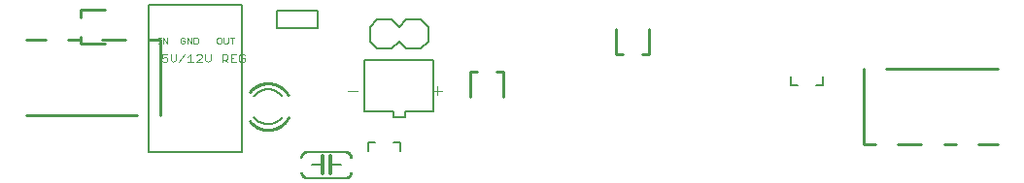
<source format=gto>
G75*
%MOIN*%
%OFA0B0*%
%FSLAX25Y25*%
%IPPOS*%
%LPD*%
%AMOC8*
5,1,8,0,0,1.08239X$1,22.5*
%
%ADD10C,0.00800*%
%ADD11C,0.00060*%
%ADD12C,0.00600*%
%ADD13C,0.01200*%
%ADD14C,0.00500*%
%ADD15C,0.00200*%
%ADD16C,0.00400*%
%ADD17C,0.01000*%
D10*
X0148744Y0020906D02*
X0148744Y0024056D01*
X0151106Y0024056D01*
X0157406Y0024056D02*
X0159768Y0024056D01*
X0159768Y0020906D01*
X0293744Y0043544D02*
X0293744Y0046694D01*
X0304768Y0046694D02*
X0304768Y0043544D01*
X0302406Y0043544D01*
X0296106Y0043544D02*
X0293744Y0043544D01*
X0169256Y0058800D02*
X0166756Y0056300D01*
X0161756Y0056300D01*
X0159256Y0058800D01*
X0156756Y0056300D01*
X0151756Y0056300D01*
X0149256Y0058800D01*
X0149256Y0063800D01*
X0151756Y0066300D01*
X0156756Y0066300D01*
X0159256Y0063800D01*
X0161756Y0066300D01*
X0166756Y0066300D01*
X0169256Y0063800D01*
X0169256Y0058800D01*
D11*
X0143025Y0018829D02*
X0142485Y0018829D01*
X0142486Y0018830D02*
X0142482Y0018910D01*
X0142475Y0018991D01*
X0142465Y0019070D01*
X0142450Y0019150D01*
X0142432Y0019228D01*
X0142410Y0019306D01*
X0142385Y0019382D01*
X0142356Y0019457D01*
X0142324Y0019531D01*
X0142288Y0019603D01*
X0142249Y0019674D01*
X0142207Y0019742D01*
X0142162Y0019809D01*
X0142113Y0019873D01*
X0142062Y0019935D01*
X0142007Y0019994D01*
X0141950Y0020051D01*
X0141891Y0020106D01*
X0141829Y0020157D01*
X0141765Y0020206D01*
X0141698Y0020251D01*
X0141630Y0020293D01*
X0141559Y0020332D01*
X0141487Y0020368D01*
X0141413Y0020400D01*
X0141338Y0020429D01*
X0141262Y0020454D01*
X0141184Y0020476D01*
X0141106Y0020494D01*
X0141026Y0020509D01*
X0140947Y0020519D01*
X0140866Y0020526D01*
X0140786Y0020530D01*
X0140785Y0021069D01*
X0140786Y0021070D01*
X0140881Y0021067D01*
X0140975Y0021059D01*
X0141069Y0021048D01*
X0141163Y0021033D01*
X0141256Y0021014D01*
X0141348Y0020992D01*
X0141439Y0020965D01*
X0141528Y0020935D01*
X0141617Y0020901D01*
X0141704Y0020863D01*
X0141789Y0020821D01*
X0141872Y0020777D01*
X0141954Y0020728D01*
X0142033Y0020677D01*
X0142110Y0020622D01*
X0142185Y0020564D01*
X0142258Y0020502D01*
X0142327Y0020438D01*
X0142394Y0020371D01*
X0142458Y0020302D01*
X0142520Y0020229D01*
X0142578Y0020154D01*
X0142633Y0020077D01*
X0142684Y0019998D01*
X0142733Y0019916D01*
X0142777Y0019833D01*
X0142819Y0019748D01*
X0142857Y0019661D01*
X0142891Y0019572D01*
X0142921Y0019483D01*
X0142948Y0019392D01*
X0142970Y0019300D01*
X0142989Y0019207D01*
X0143004Y0019113D01*
X0143015Y0019019D01*
X0143023Y0018925D01*
X0143026Y0018830D01*
X0142970Y0018830D01*
X0142967Y0018922D01*
X0142960Y0019014D01*
X0142949Y0019106D01*
X0142934Y0019197D01*
X0142916Y0019288D01*
X0142893Y0019377D01*
X0142867Y0019466D01*
X0142838Y0019554D01*
X0142805Y0019640D01*
X0142768Y0019724D01*
X0142727Y0019808D01*
X0142684Y0019889D01*
X0142637Y0019968D01*
X0142586Y0020046D01*
X0142533Y0020121D01*
X0142476Y0020194D01*
X0142416Y0020265D01*
X0142354Y0020333D01*
X0142289Y0020398D01*
X0142221Y0020460D01*
X0142150Y0020520D01*
X0142077Y0020577D01*
X0142002Y0020630D01*
X0141924Y0020681D01*
X0141845Y0020728D01*
X0141764Y0020771D01*
X0141680Y0020812D01*
X0141596Y0020849D01*
X0141510Y0020882D01*
X0141422Y0020911D01*
X0141333Y0020937D01*
X0141244Y0020960D01*
X0141153Y0020978D01*
X0141062Y0020993D01*
X0140970Y0021004D01*
X0140878Y0021011D01*
X0140786Y0021014D01*
X0140786Y0020958D01*
X0140878Y0020955D01*
X0140971Y0020947D01*
X0141062Y0020936D01*
X0141154Y0020921D01*
X0141244Y0020902D01*
X0141334Y0020879D01*
X0141422Y0020853D01*
X0141510Y0020822D01*
X0141596Y0020788D01*
X0141680Y0020750D01*
X0141763Y0020709D01*
X0141844Y0020664D01*
X0141923Y0020616D01*
X0141999Y0020564D01*
X0142074Y0020509D01*
X0142146Y0020451D01*
X0142215Y0020390D01*
X0142282Y0020326D01*
X0142346Y0020259D01*
X0142407Y0020190D01*
X0142465Y0020118D01*
X0142520Y0020043D01*
X0142572Y0019967D01*
X0142620Y0019888D01*
X0142665Y0019807D01*
X0142706Y0019724D01*
X0142744Y0019640D01*
X0142778Y0019554D01*
X0142809Y0019466D01*
X0142835Y0019378D01*
X0142858Y0019288D01*
X0142877Y0019198D01*
X0142892Y0019106D01*
X0142903Y0019015D01*
X0142911Y0018922D01*
X0142914Y0018830D01*
X0142858Y0018830D01*
X0142855Y0018920D01*
X0142848Y0019010D01*
X0142837Y0019099D01*
X0142822Y0019188D01*
X0142803Y0019276D01*
X0142781Y0019363D01*
X0142755Y0019450D01*
X0142725Y0019535D01*
X0142692Y0019618D01*
X0142655Y0019700D01*
X0142615Y0019781D01*
X0142571Y0019860D01*
X0142524Y0019936D01*
X0142474Y0020011D01*
X0142421Y0020084D01*
X0142364Y0020154D01*
X0142305Y0020221D01*
X0142242Y0020286D01*
X0142177Y0020349D01*
X0142110Y0020408D01*
X0142040Y0020465D01*
X0141967Y0020518D01*
X0141892Y0020568D01*
X0141816Y0020615D01*
X0141737Y0020659D01*
X0141656Y0020699D01*
X0141574Y0020736D01*
X0141491Y0020769D01*
X0141406Y0020799D01*
X0141319Y0020825D01*
X0141232Y0020847D01*
X0141144Y0020866D01*
X0141055Y0020881D01*
X0140966Y0020892D01*
X0140876Y0020899D01*
X0140786Y0020902D01*
X0140786Y0020846D01*
X0140874Y0020843D01*
X0140961Y0020836D01*
X0141048Y0020825D01*
X0141134Y0020811D01*
X0141220Y0020793D01*
X0141305Y0020771D01*
X0141389Y0020746D01*
X0141471Y0020717D01*
X0141553Y0020684D01*
X0141633Y0020649D01*
X0141711Y0020609D01*
X0141788Y0020567D01*
X0141862Y0020521D01*
X0141935Y0020472D01*
X0142005Y0020420D01*
X0142074Y0020365D01*
X0142139Y0020307D01*
X0142203Y0020247D01*
X0142263Y0020183D01*
X0142321Y0020118D01*
X0142376Y0020049D01*
X0142428Y0019979D01*
X0142477Y0019906D01*
X0142523Y0019832D01*
X0142565Y0019755D01*
X0142605Y0019677D01*
X0142640Y0019597D01*
X0142673Y0019515D01*
X0142702Y0019433D01*
X0142727Y0019349D01*
X0142749Y0019264D01*
X0142767Y0019178D01*
X0142781Y0019092D01*
X0142792Y0019005D01*
X0142799Y0018918D01*
X0142802Y0018830D01*
X0142746Y0018830D01*
X0142743Y0018918D01*
X0142735Y0019005D01*
X0142724Y0019092D01*
X0142710Y0019178D01*
X0142691Y0019264D01*
X0142669Y0019348D01*
X0142643Y0019432D01*
X0142613Y0019514D01*
X0142580Y0019595D01*
X0142543Y0019675D01*
X0142503Y0019753D01*
X0142459Y0019829D01*
X0142413Y0019903D01*
X0142362Y0019975D01*
X0142309Y0020044D01*
X0142253Y0020111D01*
X0142194Y0020176D01*
X0142132Y0020238D01*
X0142067Y0020297D01*
X0142000Y0020353D01*
X0141931Y0020406D01*
X0141859Y0020457D01*
X0141785Y0020503D01*
X0141709Y0020547D01*
X0141631Y0020587D01*
X0141551Y0020624D01*
X0141470Y0020657D01*
X0141388Y0020687D01*
X0141304Y0020713D01*
X0141220Y0020735D01*
X0141134Y0020754D01*
X0141048Y0020768D01*
X0140961Y0020779D01*
X0140874Y0020787D01*
X0140786Y0020790D01*
X0140786Y0020734D01*
X0140871Y0020731D01*
X0140956Y0020724D01*
X0141040Y0020713D01*
X0141124Y0020699D01*
X0141207Y0020681D01*
X0141289Y0020659D01*
X0141371Y0020634D01*
X0141451Y0020605D01*
X0141529Y0020573D01*
X0141607Y0020537D01*
X0141682Y0020498D01*
X0141756Y0020455D01*
X0141828Y0020410D01*
X0141898Y0020361D01*
X0141965Y0020309D01*
X0142030Y0020255D01*
X0142093Y0020197D01*
X0142153Y0020137D01*
X0142211Y0020074D01*
X0142265Y0020009D01*
X0142317Y0019942D01*
X0142366Y0019872D01*
X0142411Y0019800D01*
X0142454Y0019726D01*
X0142493Y0019651D01*
X0142529Y0019573D01*
X0142561Y0019495D01*
X0142590Y0019415D01*
X0142615Y0019333D01*
X0142637Y0019251D01*
X0142655Y0019168D01*
X0142669Y0019084D01*
X0142680Y0019000D01*
X0142687Y0018915D01*
X0142690Y0018830D01*
X0142634Y0018830D01*
X0142630Y0018915D01*
X0142623Y0019000D01*
X0142612Y0019084D01*
X0142598Y0019168D01*
X0142579Y0019251D01*
X0142557Y0019333D01*
X0142531Y0019414D01*
X0142501Y0019493D01*
X0142468Y0019571D01*
X0142432Y0019648D01*
X0142391Y0019723D01*
X0142348Y0019796D01*
X0142301Y0019867D01*
X0142251Y0019936D01*
X0142199Y0020002D01*
X0142143Y0020067D01*
X0142084Y0020128D01*
X0142023Y0020187D01*
X0141958Y0020243D01*
X0141892Y0020295D01*
X0141823Y0020345D01*
X0141752Y0020392D01*
X0141679Y0020435D01*
X0141604Y0020476D01*
X0141527Y0020512D01*
X0141449Y0020545D01*
X0141370Y0020575D01*
X0141289Y0020601D01*
X0141207Y0020623D01*
X0141124Y0020642D01*
X0141040Y0020656D01*
X0140956Y0020667D01*
X0140871Y0020674D01*
X0140786Y0020678D01*
X0140786Y0020622D01*
X0140868Y0020619D01*
X0140950Y0020612D01*
X0141032Y0020601D01*
X0141113Y0020587D01*
X0141194Y0020569D01*
X0141273Y0020547D01*
X0141352Y0020522D01*
X0141429Y0020493D01*
X0141505Y0020461D01*
X0141579Y0020425D01*
X0141652Y0020387D01*
X0141723Y0020344D01*
X0141791Y0020299D01*
X0141858Y0020251D01*
X0141923Y0020199D01*
X0141985Y0020145D01*
X0142044Y0020088D01*
X0142101Y0020029D01*
X0142155Y0019967D01*
X0142207Y0019902D01*
X0142255Y0019835D01*
X0142300Y0019767D01*
X0142343Y0019696D01*
X0142381Y0019623D01*
X0142417Y0019549D01*
X0142449Y0019473D01*
X0142478Y0019396D01*
X0142503Y0019317D01*
X0142525Y0019238D01*
X0142543Y0019157D01*
X0142557Y0019076D01*
X0142568Y0018994D01*
X0142575Y0018912D01*
X0142578Y0018830D01*
X0142522Y0018830D01*
X0142518Y0018912D01*
X0142511Y0018994D01*
X0142500Y0019076D01*
X0142486Y0019157D01*
X0142467Y0019237D01*
X0142445Y0019316D01*
X0142419Y0019394D01*
X0142390Y0019471D01*
X0142357Y0019546D01*
X0142320Y0019620D01*
X0142280Y0019692D01*
X0142237Y0019762D01*
X0142191Y0019830D01*
X0142141Y0019895D01*
X0142089Y0019959D01*
X0142033Y0020019D01*
X0141975Y0020077D01*
X0141915Y0020133D01*
X0141851Y0020185D01*
X0141786Y0020235D01*
X0141718Y0020281D01*
X0141648Y0020324D01*
X0141576Y0020364D01*
X0141502Y0020401D01*
X0141427Y0020434D01*
X0141350Y0020463D01*
X0141272Y0020489D01*
X0141193Y0020511D01*
X0141113Y0020530D01*
X0141032Y0020544D01*
X0140950Y0020555D01*
X0140868Y0020562D01*
X0140786Y0020566D01*
X0127727Y0021069D02*
X0127727Y0020529D01*
X0127726Y0020530D02*
X0127646Y0020526D01*
X0127565Y0020519D01*
X0127486Y0020509D01*
X0127406Y0020494D01*
X0127328Y0020476D01*
X0127250Y0020454D01*
X0127174Y0020429D01*
X0127099Y0020400D01*
X0127025Y0020368D01*
X0126953Y0020332D01*
X0126882Y0020293D01*
X0126814Y0020251D01*
X0126747Y0020206D01*
X0126683Y0020157D01*
X0126621Y0020106D01*
X0126562Y0020051D01*
X0126505Y0019994D01*
X0126450Y0019935D01*
X0126399Y0019873D01*
X0126350Y0019809D01*
X0126305Y0019742D01*
X0126263Y0019674D01*
X0126224Y0019603D01*
X0126188Y0019531D01*
X0126156Y0019457D01*
X0126127Y0019382D01*
X0126102Y0019306D01*
X0126080Y0019228D01*
X0126062Y0019150D01*
X0126047Y0019070D01*
X0126037Y0018991D01*
X0126030Y0018910D01*
X0126026Y0018830D01*
X0125487Y0018829D01*
X0125486Y0018830D01*
X0125489Y0018925D01*
X0125497Y0019019D01*
X0125508Y0019113D01*
X0125523Y0019207D01*
X0125542Y0019300D01*
X0125564Y0019392D01*
X0125591Y0019483D01*
X0125621Y0019572D01*
X0125655Y0019661D01*
X0125693Y0019748D01*
X0125735Y0019833D01*
X0125779Y0019916D01*
X0125828Y0019998D01*
X0125879Y0020077D01*
X0125934Y0020154D01*
X0125992Y0020229D01*
X0126054Y0020302D01*
X0126118Y0020371D01*
X0126185Y0020438D01*
X0126254Y0020502D01*
X0126327Y0020564D01*
X0126402Y0020622D01*
X0126479Y0020677D01*
X0126558Y0020728D01*
X0126640Y0020777D01*
X0126723Y0020821D01*
X0126808Y0020863D01*
X0126895Y0020901D01*
X0126984Y0020935D01*
X0127073Y0020965D01*
X0127164Y0020992D01*
X0127256Y0021014D01*
X0127349Y0021033D01*
X0127443Y0021048D01*
X0127537Y0021059D01*
X0127631Y0021067D01*
X0127726Y0021070D01*
X0127726Y0021014D01*
X0127634Y0021011D01*
X0127542Y0021004D01*
X0127450Y0020993D01*
X0127359Y0020978D01*
X0127268Y0020960D01*
X0127179Y0020937D01*
X0127090Y0020911D01*
X0127002Y0020882D01*
X0126916Y0020849D01*
X0126832Y0020812D01*
X0126748Y0020771D01*
X0126667Y0020728D01*
X0126588Y0020681D01*
X0126510Y0020630D01*
X0126435Y0020577D01*
X0126362Y0020520D01*
X0126291Y0020460D01*
X0126223Y0020398D01*
X0126158Y0020333D01*
X0126096Y0020265D01*
X0126036Y0020194D01*
X0125979Y0020121D01*
X0125926Y0020046D01*
X0125875Y0019968D01*
X0125828Y0019889D01*
X0125785Y0019808D01*
X0125744Y0019724D01*
X0125707Y0019640D01*
X0125674Y0019554D01*
X0125645Y0019466D01*
X0125619Y0019377D01*
X0125596Y0019288D01*
X0125578Y0019197D01*
X0125563Y0019106D01*
X0125552Y0019014D01*
X0125545Y0018922D01*
X0125542Y0018830D01*
X0125598Y0018830D01*
X0125601Y0018922D01*
X0125609Y0019015D01*
X0125620Y0019106D01*
X0125635Y0019198D01*
X0125654Y0019288D01*
X0125677Y0019378D01*
X0125703Y0019466D01*
X0125734Y0019554D01*
X0125768Y0019640D01*
X0125806Y0019724D01*
X0125847Y0019807D01*
X0125892Y0019888D01*
X0125940Y0019967D01*
X0125992Y0020043D01*
X0126047Y0020118D01*
X0126105Y0020190D01*
X0126166Y0020259D01*
X0126230Y0020326D01*
X0126297Y0020390D01*
X0126366Y0020451D01*
X0126438Y0020509D01*
X0126513Y0020564D01*
X0126589Y0020616D01*
X0126668Y0020664D01*
X0126749Y0020709D01*
X0126832Y0020750D01*
X0126916Y0020788D01*
X0127002Y0020822D01*
X0127090Y0020853D01*
X0127178Y0020879D01*
X0127268Y0020902D01*
X0127358Y0020921D01*
X0127450Y0020936D01*
X0127541Y0020947D01*
X0127634Y0020955D01*
X0127726Y0020958D01*
X0127726Y0020902D01*
X0127636Y0020899D01*
X0127546Y0020892D01*
X0127457Y0020881D01*
X0127368Y0020866D01*
X0127280Y0020847D01*
X0127193Y0020825D01*
X0127106Y0020799D01*
X0127021Y0020769D01*
X0126938Y0020736D01*
X0126856Y0020699D01*
X0126775Y0020659D01*
X0126696Y0020615D01*
X0126620Y0020568D01*
X0126545Y0020518D01*
X0126472Y0020465D01*
X0126402Y0020408D01*
X0126335Y0020349D01*
X0126270Y0020286D01*
X0126207Y0020221D01*
X0126148Y0020154D01*
X0126091Y0020084D01*
X0126038Y0020011D01*
X0125988Y0019936D01*
X0125941Y0019860D01*
X0125897Y0019781D01*
X0125857Y0019700D01*
X0125820Y0019618D01*
X0125787Y0019535D01*
X0125757Y0019450D01*
X0125731Y0019363D01*
X0125709Y0019276D01*
X0125690Y0019188D01*
X0125675Y0019099D01*
X0125664Y0019010D01*
X0125657Y0018920D01*
X0125654Y0018830D01*
X0125710Y0018830D01*
X0125713Y0018918D01*
X0125720Y0019005D01*
X0125731Y0019092D01*
X0125745Y0019178D01*
X0125763Y0019264D01*
X0125785Y0019349D01*
X0125810Y0019433D01*
X0125839Y0019515D01*
X0125872Y0019597D01*
X0125907Y0019677D01*
X0125947Y0019755D01*
X0125989Y0019832D01*
X0126035Y0019906D01*
X0126084Y0019979D01*
X0126136Y0020049D01*
X0126191Y0020118D01*
X0126249Y0020183D01*
X0126309Y0020247D01*
X0126373Y0020307D01*
X0126438Y0020365D01*
X0126507Y0020420D01*
X0126577Y0020472D01*
X0126650Y0020521D01*
X0126724Y0020567D01*
X0126801Y0020609D01*
X0126879Y0020649D01*
X0126959Y0020684D01*
X0127041Y0020717D01*
X0127123Y0020746D01*
X0127207Y0020771D01*
X0127292Y0020793D01*
X0127378Y0020811D01*
X0127464Y0020825D01*
X0127551Y0020836D01*
X0127638Y0020843D01*
X0127726Y0020846D01*
X0127726Y0020790D01*
X0127638Y0020787D01*
X0127551Y0020779D01*
X0127464Y0020768D01*
X0127378Y0020754D01*
X0127292Y0020735D01*
X0127208Y0020713D01*
X0127124Y0020687D01*
X0127042Y0020657D01*
X0126961Y0020624D01*
X0126881Y0020587D01*
X0126803Y0020547D01*
X0126727Y0020503D01*
X0126653Y0020457D01*
X0126581Y0020406D01*
X0126512Y0020353D01*
X0126445Y0020297D01*
X0126380Y0020238D01*
X0126318Y0020176D01*
X0126259Y0020111D01*
X0126203Y0020044D01*
X0126150Y0019975D01*
X0126099Y0019903D01*
X0126053Y0019829D01*
X0126009Y0019753D01*
X0125969Y0019675D01*
X0125932Y0019595D01*
X0125899Y0019514D01*
X0125869Y0019432D01*
X0125843Y0019348D01*
X0125821Y0019264D01*
X0125802Y0019178D01*
X0125788Y0019092D01*
X0125777Y0019005D01*
X0125769Y0018918D01*
X0125766Y0018830D01*
X0125822Y0018830D01*
X0125825Y0018915D01*
X0125832Y0019000D01*
X0125843Y0019084D01*
X0125857Y0019168D01*
X0125875Y0019251D01*
X0125897Y0019333D01*
X0125922Y0019415D01*
X0125951Y0019495D01*
X0125983Y0019573D01*
X0126019Y0019651D01*
X0126058Y0019726D01*
X0126101Y0019800D01*
X0126146Y0019872D01*
X0126195Y0019942D01*
X0126247Y0020009D01*
X0126301Y0020074D01*
X0126359Y0020137D01*
X0126419Y0020197D01*
X0126482Y0020255D01*
X0126547Y0020309D01*
X0126614Y0020361D01*
X0126684Y0020410D01*
X0126756Y0020455D01*
X0126830Y0020498D01*
X0126905Y0020537D01*
X0126983Y0020573D01*
X0127061Y0020605D01*
X0127141Y0020634D01*
X0127223Y0020659D01*
X0127305Y0020681D01*
X0127388Y0020699D01*
X0127472Y0020713D01*
X0127556Y0020724D01*
X0127641Y0020731D01*
X0127726Y0020734D01*
X0127726Y0020678D01*
X0127641Y0020674D01*
X0127556Y0020667D01*
X0127472Y0020656D01*
X0127388Y0020642D01*
X0127305Y0020623D01*
X0127223Y0020601D01*
X0127142Y0020575D01*
X0127063Y0020545D01*
X0126985Y0020512D01*
X0126908Y0020476D01*
X0126833Y0020435D01*
X0126760Y0020392D01*
X0126689Y0020345D01*
X0126620Y0020295D01*
X0126554Y0020243D01*
X0126489Y0020187D01*
X0126428Y0020128D01*
X0126369Y0020067D01*
X0126313Y0020002D01*
X0126261Y0019936D01*
X0126211Y0019867D01*
X0126164Y0019796D01*
X0126121Y0019723D01*
X0126080Y0019648D01*
X0126044Y0019571D01*
X0126011Y0019493D01*
X0125981Y0019414D01*
X0125955Y0019333D01*
X0125933Y0019251D01*
X0125914Y0019168D01*
X0125900Y0019084D01*
X0125889Y0019000D01*
X0125882Y0018915D01*
X0125878Y0018830D01*
X0125934Y0018830D01*
X0125937Y0018912D01*
X0125944Y0018994D01*
X0125955Y0019076D01*
X0125969Y0019157D01*
X0125987Y0019238D01*
X0126009Y0019317D01*
X0126034Y0019396D01*
X0126063Y0019473D01*
X0126095Y0019549D01*
X0126131Y0019623D01*
X0126169Y0019696D01*
X0126212Y0019767D01*
X0126257Y0019835D01*
X0126305Y0019902D01*
X0126357Y0019967D01*
X0126411Y0020029D01*
X0126468Y0020088D01*
X0126527Y0020145D01*
X0126589Y0020199D01*
X0126654Y0020251D01*
X0126721Y0020299D01*
X0126789Y0020344D01*
X0126860Y0020387D01*
X0126933Y0020425D01*
X0127007Y0020461D01*
X0127083Y0020493D01*
X0127160Y0020522D01*
X0127239Y0020547D01*
X0127318Y0020569D01*
X0127399Y0020587D01*
X0127480Y0020601D01*
X0127562Y0020612D01*
X0127644Y0020619D01*
X0127726Y0020622D01*
X0127726Y0020566D01*
X0127644Y0020562D01*
X0127562Y0020555D01*
X0127480Y0020544D01*
X0127399Y0020530D01*
X0127319Y0020511D01*
X0127240Y0020489D01*
X0127162Y0020463D01*
X0127085Y0020434D01*
X0127010Y0020401D01*
X0126936Y0020364D01*
X0126864Y0020324D01*
X0126794Y0020281D01*
X0126726Y0020235D01*
X0126661Y0020185D01*
X0126597Y0020133D01*
X0126537Y0020077D01*
X0126479Y0020019D01*
X0126423Y0019959D01*
X0126371Y0019895D01*
X0126321Y0019830D01*
X0126275Y0019762D01*
X0126232Y0019692D01*
X0126192Y0019620D01*
X0126155Y0019546D01*
X0126122Y0019471D01*
X0126093Y0019394D01*
X0126067Y0019316D01*
X0126045Y0019237D01*
X0126026Y0019157D01*
X0126012Y0019076D01*
X0126001Y0018994D01*
X0125994Y0018912D01*
X0125990Y0018830D01*
X0125487Y0013771D02*
X0126027Y0013771D01*
X0126026Y0013770D02*
X0126030Y0013690D01*
X0126037Y0013609D01*
X0126047Y0013530D01*
X0126062Y0013450D01*
X0126080Y0013372D01*
X0126102Y0013294D01*
X0126127Y0013218D01*
X0126156Y0013143D01*
X0126188Y0013069D01*
X0126224Y0012997D01*
X0126263Y0012926D01*
X0126305Y0012858D01*
X0126350Y0012791D01*
X0126399Y0012727D01*
X0126450Y0012665D01*
X0126505Y0012606D01*
X0126562Y0012549D01*
X0126621Y0012494D01*
X0126683Y0012443D01*
X0126747Y0012394D01*
X0126814Y0012349D01*
X0126882Y0012307D01*
X0126953Y0012268D01*
X0127025Y0012232D01*
X0127099Y0012200D01*
X0127174Y0012171D01*
X0127250Y0012146D01*
X0127328Y0012124D01*
X0127406Y0012106D01*
X0127486Y0012091D01*
X0127565Y0012081D01*
X0127646Y0012074D01*
X0127726Y0012070D01*
X0127727Y0011531D01*
X0127726Y0011530D01*
X0127631Y0011533D01*
X0127537Y0011541D01*
X0127443Y0011552D01*
X0127349Y0011567D01*
X0127256Y0011586D01*
X0127164Y0011608D01*
X0127073Y0011635D01*
X0126984Y0011665D01*
X0126895Y0011699D01*
X0126808Y0011737D01*
X0126723Y0011779D01*
X0126640Y0011823D01*
X0126558Y0011872D01*
X0126479Y0011923D01*
X0126402Y0011978D01*
X0126327Y0012036D01*
X0126254Y0012098D01*
X0126185Y0012162D01*
X0126118Y0012229D01*
X0126054Y0012298D01*
X0125992Y0012371D01*
X0125934Y0012446D01*
X0125879Y0012523D01*
X0125828Y0012602D01*
X0125779Y0012684D01*
X0125735Y0012767D01*
X0125693Y0012852D01*
X0125655Y0012939D01*
X0125621Y0013028D01*
X0125591Y0013117D01*
X0125564Y0013208D01*
X0125542Y0013300D01*
X0125523Y0013393D01*
X0125508Y0013487D01*
X0125497Y0013581D01*
X0125489Y0013675D01*
X0125486Y0013770D01*
X0125542Y0013770D01*
X0125545Y0013678D01*
X0125552Y0013586D01*
X0125563Y0013494D01*
X0125578Y0013403D01*
X0125596Y0013312D01*
X0125619Y0013223D01*
X0125645Y0013134D01*
X0125674Y0013046D01*
X0125707Y0012960D01*
X0125744Y0012876D01*
X0125785Y0012792D01*
X0125828Y0012711D01*
X0125875Y0012632D01*
X0125926Y0012554D01*
X0125979Y0012479D01*
X0126036Y0012406D01*
X0126096Y0012335D01*
X0126158Y0012267D01*
X0126223Y0012202D01*
X0126291Y0012140D01*
X0126362Y0012080D01*
X0126435Y0012023D01*
X0126510Y0011970D01*
X0126588Y0011919D01*
X0126667Y0011872D01*
X0126748Y0011829D01*
X0126832Y0011788D01*
X0126916Y0011751D01*
X0127002Y0011718D01*
X0127090Y0011689D01*
X0127179Y0011663D01*
X0127268Y0011640D01*
X0127359Y0011622D01*
X0127450Y0011607D01*
X0127542Y0011596D01*
X0127634Y0011589D01*
X0127726Y0011586D01*
X0127726Y0011642D01*
X0127634Y0011645D01*
X0127541Y0011653D01*
X0127450Y0011664D01*
X0127358Y0011679D01*
X0127268Y0011698D01*
X0127178Y0011721D01*
X0127090Y0011747D01*
X0127002Y0011778D01*
X0126916Y0011812D01*
X0126832Y0011850D01*
X0126749Y0011891D01*
X0126668Y0011936D01*
X0126589Y0011984D01*
X0126513Y0012036D01*
X0126438Y0012091D01*
X0126366Y0012149D01*
X0126297Y0012210D01*
X0126230Y0012274D01*
X0126166Y0012341D01*
X0126105Y0012410D01*
X0126047Y0012482D01*
X0125992Y0012557D01*
X0125940Y0012633D01*
X0125892Y0012712D01*
X0125847Y0012793D01*
X0125806Y0012876D01*
X0125768Y0012960D01*
X0125734Y0013046D01*
X0125703Y0013134D01*
X0125677Y0013222D01*
X0125654Y0013312D01*
X0125635Y0013402D01*
X0125620Y0013494D01*
X0125609Y0013585D01*
X0125601Y0013678D01*
X0125598Y0013770D01*
X0125654Y0013770D01*
X0125657Y0013680D01*
X0125664Y0013590D01*
X0125675Y0013501D01*
X0125690Y0013412D01*
X0125709Y0013324D01*
X0125731Y0013237D01*
X0125757Y0013150D01*
X0125787Y0013065D01*
X0125820Y0012982D01*
X0125857Y0012900D01*
X0125897Y0012819D01*
X0125941Y0012740D01*
X0125988Y0012664D01*
X0126038Y0012589D01*
X0126091Y0012516D01*
X0126148Y0012446D01*
X0126207Y0012379D01*
X0126270Y0012314D01*
X0126335Y0012251D01*
X0126402Y0012192D01*
X0126472Y0012135D01*
X0126545Y0012082D01*
X0126620Y0012032D01*
X0126696Y0011985D01*
X0126775Y0011941D01*
X0126856Y0011901D01*
X0126938Y0011864D01*
X0127021Y0011831D01*
X0127106Y0011801D01*
X0127193Y0011775D01*
X0127280Y0011753D01*
X0127368Y0011734D01*
X0127457Y0011719D01*
X0127546Y0011708D01*
X0127636Y0011701D01*
X0127726Y0011698D01*
X0127726Y0011754D01*
X0127638Y0011757D01*
X0127551Y0011764D01*
X0127464Y0011775D01*
X0127378Y0011789D01*
X0127292Y0011807D01*
X0127207Y0011829D01*
X0127123Y0011854D01*
X0127041Y0011883D01*
X0126959Y0011916D01*
X0126879Y0011951D01*
X0126801Y0011991D01*
X0126724Y0012033D01*
X0126650Y0012079D01*
X0126577Y0012128D01*
X0126507Y0012180D01*
X0126438Y0012235D01*
X0126373Y0012293D01*
X0126309Y0012353D01*
X0126249Y0012417D01*
X0126191Y0012482D01*
X0126136Y0012551D01*
X0126084Y0012621D01*
X0126035Y0012694D01*
X0125989Y0012768D01*
X0125947Y0012845D01*
X0125907Y0012923D01*
X0125872Y0013003D01*
X0125839Y0013085D01*
X0125810Y0013167D01*
X0125785Y0013251D01*
X0125763Y0013336D01*
X0125745Y0013422D01*
X0125731Y0013508D01*
X0125720Y0013595D01*
X0125713Y0013682D01*
X0125710Y0013770D01*
X0125766Y0013770D01*
X0125769Y0013682D01*
X0125777Y0013595D01*
X0125788Y0013508D01*
X0125802Y0013422D01*
X0125821Y0013336D01*
X0125843Y0013252D01*
X0125869Y0013168D01*
X0125899Y0013086D01*
X0125932Y0013005D01*
X0125969Y0012925D01*
X0126009Y0012847D01*
X0126053Y0012771D01*
X0126099Y0012697D01*
X0126150Y0012625D01*
X0126203Y0012556D01*
X0126259Y0012489D01*
X0126318Y0012424D01*
X0126380Y0012362D01*
X0126445Y0012303D01*
X0126512Y0012247D01*
X0126581Y0012194D01*
X0126653Y0012143D01*
X0126727Y0012097D01*
X0126803Y0012053D01*
X0126881Y0012013D01*
X0126961Y0011976D01*
X0127042Y0011943D01*
X0127124Y0011913D01*
X0127208Y0011887D01*
X0127292Y0011865D01*
X0127378Y0011846D01*
X0127464Y0011832D01*
X0127551Y0011821D01*
X0127638Y0011813D01*
X0127726Y0011810D01*
X0127726Y0011866D01*
X0127641Y0011869D01*
X0127556Y0011876D01*
X0127472Y0011887D01*
X0127388Y0011901D01*
X0127305Y0011919D01*
X0127223Y0011941D01*
X0127141Y0011966D01*
X0127061Y0011995D01*
X0126983Y0012027D01*
X0126905Y0012063D01*
X0126830Y0012102D01*
X0126756Y0012145D01*
X0126684Y0012190D01*
X0126614Y0012239D01*
X0126547Y0012291D01*
X0126482Y0012345D01*
X0126419Y0012403D01*
X0126359Y0012463D01*
X0126301Y0012526D01*
X0126247Y0012591D01*
X0126195Y0012658D01*
X0126146Y0012728D01*
X0126101Y0012800D01*
X0126058Y0012874D01*
X0126019Y0012949D01*
X0125983Y0013027D01*
X0125951Y0013105D01*
X0125922Y0013185D01*
X0125897Y0013267D01*
X0125875Y0013349D01*
X0125857Y0013432D01*
X0125843Y0013516D01*
X0125832Y0013600D01*
X0125825Y0013685D01*
X0125822Y0013770D01*
X0125878Y0013770D01*
X0125882Y0013685D01*
X0125889Y0013600D01*
X0125900Y0013516D01*
X0125914Y0013432D01*
X0125933Y0013349D01*
X0125955Y0013267D01*
X0125981Y0013186D01*
X0126011Y0013107D01*
X0126044Y0013029D01*
X0126080Y0012952D01*
X0126121Y0012877D01*
X0126164Y0012804D01*
X0126211Y0012733D01*
X0126261Y0012664D01*
X0126313Y0012598D01*
X0126369Y0012533D01*
X0126428Y0012472D01*
X0126489Y0012413D01*
X0126554Y0012357D01*
X0126620Y0012305D01*
X0126689Y0012255D01*
X0126760Y0012208D01*
X0126833Y0012165D01*
X0126908Y0012124D01*
X0126985Y0012088D01*
X0127063Y0012055D01*
X0127142Y0012025D01*
X0127223Y0011999D01*
X0127305Y0011977D01*
X0127388Y0011958D01*
X0127472Y0011944D01*
X0127556Y0011933D01*
X0127641Y0011926D01*
X0127726Y0011922D01*
X0127726Y0011978D01*
X0127644Y0011981D01*
X0127562Y0011988D01*
X0127480Y0011999D01*
X0127399Y0012013D01*
X0127318Y0012031D01*
X0127239Y0012053D01*
X0127160Y0012078D01*
X0127083Y0012107D01*
X0127007Y0012139D01*
X0126933Y0012175D01*
X0126860Y0012213D01*
X0126789Y0012256D01*
X0126721Y0012301D01*
X0126654Y0012349D01*
X0126589Y0012401D01*
X0126527Y0012455D01*
X0126468Y0012512D01*
X0126411Y0012571D01*
X0126357Y0012633D01*
X0126305Y0012698D01*
X0126257Y0012765D01*
X0126212Y0012833D01*
X0126169Y0012904D01*
X0126131Y0012977D01*
X0126095Y0013051D01*
X0126063Y0013127D01*
X0126034Y0013204D01*
X0126009Y0013283D01*
X0125987Y0013362D01*
X0125969Y0013443D01*
X0125955Y0013524D01*
X0125944Y0013606D01*
X0125937Y0013688D01*
X0125934Y0013770D01*
X0125990Y0013770D01*
X0125994Y0013688D01*
X0126001Y0013606D01*
X0126012Y0013524D01*
X0126026Y0013443D01*
X0126045Y0013363D01*
X0126067Y0013284D01*
X0126093Y0013206D01*
X0126122Y0013129D01*
X0126155Y0013054D01*
X0126192Y0012980D01*
X0126232Y0012908D01*
X0126275Y0012838D01*
X0126321Y0012770D01*
X0126371Y0012705D01*
X0126423Y0012641D01*
X0126479Y0012581D01*
X0126537Y0012523D01*
X0126597Y0012467D01*
X0126661Y0012415D01*
X0126726Y0012365D01*
X0126794Y0012319D01*
X0126864Y0012276D01*
X0126936Y0012236D01*
X0127010Y0012199D01*
X0127085Y0012166D01*
X0127162Y0012137D01*
X0127240Y0012111D01*
X0127319Y0012089D01*
X0127399Y0012070D01*
X0127480Y0012056D01*
X0127562Y0012045D01*
X0127644Y0012038D01*
X0127726Y0012034D01*
X0140785Y0011531D02*
X0140785Y0012071D01*
X0140786Y0012070D02*
X0140866Y0012074D01*
X0140947Y0012081D01*
X0141026Y0012091D01*
X0141106Y0012106D01*
X0141184Y0012124D01*
X0141262Y0012146D01*
X0141338Y0012171D01*
X0141413Y0012200D01*
X0141487Y0012232D01*
X0141559Y0012268D01*
X0141630Y0012307D01*
X0141698Y0012349D01*
X0141765Y0012394D01*
X0141829Y0012443D01*
X0141891Y0012494D01*
X0141950Y0012549D01*
X0142007Y0012606D01*
X0142062Y0012665D01*
X0142113Y0012727D01*
X0142162Y0012791D01*
X0142207Y0012858D01*
X0142249Y0012926D01*
X0142288Y0012997D01*
X0142324Y0013069D01*
X0142356Y0013143D01*
X0142385Y0013218D01*
X0142410Y0013294D01*
X0142432Y0013372D01*
X0142450Y0013450D01*
X0142465Y0013530D01*
X0142475Y0013609D01*
X0142482Y0013690D01*
X0142486Y0013770D01*
X0143025Y0013771D01*
X0143026Y0013770D01*
X0143023Y0013675D01*
X0143015Y0013581D01*
X0143004Y0013487D01*
X0142989Y0013393D01*
X0142970Y0013300D01*
X0142948Y0013208D01*
X0142921Y0013117D01*
X0142891Y0013028D01*
X0142857Y0012939D01*
X0142819Y0012852D01*
X0142777Y0012767D01*
X0142733Y0012684D01*
X0142684Y0012602D01*
X0142633Y0012523D01*
X0142578Y0012446D01*
X0142520Y0012371D01*
X0142458Y0012298D01*
X0142394Y0012229D01*
X0142327Y0012162D01*
X0142258Y0012098D01*
X0142185Y0012036D01*
X0142110Y0011978D01*
X0142033Y0011923D01*
X0141954Y0011872D01*
X0141872Y0011823D01*
X0141789Y0011779D01*
X0141704Y0011737D01*
X0141617Y0011699D01*
X0141528Y0011665D01*
X0141439Y0011635D01*
X0141348Y0011608D01*
X0141256Y0011586D01*
X0141163Y0011567D01*
X0141069Y0011552D01*
X0140975Y0011541D01*
X0140881Y0011533D01*
X0140786Y0011530D01*
X0140786Y0011586D01*
X0140878Y0011589D01*
X0140970Y0011596D01*
X0141062Y0011607D01*
X0141153Y0011622D01*
X0141244Y0011640D01*
X0141333Y0011663D01*
X0141422Y0011689D01*
X0141510Y0011718D01*
X0141596Y0011751D01*
X0141680Y0011788D01*
X0141764Y0011829D01*
X0141845Y0011872D01*
X0141924Y0011919D01*
X0142002Y0011970D01*
X0142077Y0012023D01*
X0142150Y0012080D01*
X0142221Y0012140D01*
X0142289Y0012202D01*
X0142354Y0012267D01*
X0142416Y0012335D01*
X0142476Y0012406D01*
X0142533Y0012479D01*
X0142586Y0012554D01*
X0142637Y0012632D01*
X0142684Y0012711D01*
X0142727Y0012792D01*
X0142768Y0012876D01*
X0142805Y0012960D01*
X0142838Y0013046D01*
X0142867Y0013134D01*
X0142893Y0013223D01*
X0142916Y0013312D01*
X0142934Y0013403D01*
X0142949Y0013494D01*
X0142960Y0013586D01*
X0142967Y0013678D01*
X0142970Y0013770D01*
X0142914Y0013770D01*
X0142911Y0013678D01*
X0142903Y0013585D01*
X0142892Y0013494D01*
X0142877Y0013402D01*
X0142858Y0013312D01*
X0142835Y0013222D01*
X0142809Y0013134D01*
X0142778Y0013046D01*
X0142744Y0012960D01*
X0142706Y0012876D01*
X0142665Y0012793D01*
X0142620Y0012712D01*
X0142572Y0012633D01*
X0142520Y0012557D01*
X0142465Y0012482D01*
X0142407Y0012410D01*
X0142346Y0012341D01*
X0142282Y0012274D01*
X0142215Y0012210D01*
X0142146Y0012149D01*
X0142074Y0012091D01*
X0141999Y0012036D01*
X0141923Y0011984D01*
X0141844Y0011936D01*
X0141763Y0011891D01*
X0141680Y0011850D01*
X0141596Y0011812D01*
X0141510Y0011778D01*
X0141422Y0011747D01*
X0141334Y0011721D01*
X0141244Y0011698D01*
X0141154Y0011679D01*
X0141062Y0011664D01*
X0140971Y0011653D01*
X0140878Y0011645D01*
X0140786Y0011642D01*
X0140786Y0011698D01*
X0140876Y0011701D01*
X0140966Y0011708D01*
X0141055Y0011719D01*
X0141144Y0011734D01*
X0141232Y0011753D01*
X0141319Y0011775D01*
X0141406Y0011801D01*
X0141491Y0011831D01*
X0141574Y0011864D01*
X0141656Y0011901D01*
X0141737Y0011941D01*
X0141816Y0011985D01*
X0141892Y0012032D01*
X0141967Y0012082D01*
X0142040Y0012135D01*
X0142110Y0012192D01*
X0142177Y0012251D01*
X0142242Y0012314D01*
X0142305Y0012379D01*
X0142364Y0012446D01*
X0142421Y0012516D01*
X0142474Y0012589D01*
X0142524Y0012664D01*
X0142571Y0012740D01*
X0142615Y0012819D01*
X0142655Y0012900D01*
X0142692Y0012982D01*
X0142725Y0013065D01*
X0142755Y0013150D01*
X0142781Y0013237D01*
X0142803Y0013324D01*
X0142822Y0013412D01*
X0142837Y0013501D01*
X0142848Y0013590D01*
X0142855Y0013680D01*
X0142858Y0013770D01*
X0142802Y0013770D01*
X0142799Y0013682D01*
X0142792Y0013595D01*
X0142781Y0013508D01*
X0142767Y0013422D01*
X0142749Y0013336D01*
X0142727Y0013251D01*
X0142702Y0013167D01*
X0142673Y0013085D01*
X0142640Y0013003D01*
X0142605Y0012923D01*
X0142565Y0012845D01*
X0142523Y0012768D01*
X0142477Y0012694D01*
X0142428Y0012621D01*
X0142376Y0012551D01*
X0142321Y0012482D01*
X0142263Y0012417D01*
X0142203Y0012353D01*
X0142139Y0012293D01*
X0142074Y0012235D01*
X0142005Y0012180D01*
X0141935Y0012128D01*
X0141862Y0012079D01*
X0141788Y0012033D01*
X0141711Y0011991D01*
X0141633Y0011951D01*
X0141553Y0011916D01*
X0141471Y0011883D01*
X0141389Y0011854D01*
X0141305Y0011829D01*
X0141220Y0011807D01*
X0141134Y0011789D01*
X0141048Y0011775D01*
X0140961Y0011764D01*
X0140874Y0011757D01*
X0140786Y0011754D01*
X0140786Y0011810D01*
X0140874Y0011813D01*
X0140961Y0011821D01*
X0141048Y0011832D01*
X0141134Y0011846D01*
X0141220Y0011865D01*
X0141304Y0011887D01*
X0141388Y0011913D01*
X0141470Y0011943D01*
X0141551Y0011976D01*
X0141631Y0012013D01*
X0141709Y0012053D01*
X0141785Y0012097D01*
X0141859Y0012143D01*
X0141931Y0012194D01*
X0142000Y0012247D01*
X0142067Y0012303D01*
X0142132Y0012362D01*
X0142194Y0012424D01*
X0142253Y0012489D01*
X0142309Y0012556D01*
X0142362Y0012625D01*
X0142413Y0012697D01*
X0142459Y0012771D01*
X0142503Y0012847D01*
X0142543Y0012925D01*
X0142580Y0013005D01*
X0142613Y0013086D01*
X0142643Y0013168D01*
X0142669Y0013252D01*
X0142691Y0013336D01*
X0142710Y0013422D01*
X0142724Y0013508D01*
X0142735Y0013595D01*
X0142743Y0013682D01*
X0142746Y0013770D01*
X0142690Y0013770D01*
X0142687Y0013685D01*
X0142680Y0013600D01*
X0142669Y0013516D01*
X0142655Y0013432D01*
X0142637Y0013349D01*
X0142615Y0013267D01*
X0142590Y0013185D01*
X0142561Y0013105D01*
X0142529Y0013027D01*
X0142493Y0012949D01*
X0142454Y0012874D01*
X0142411Y0012800D01*
X0142366Y0012728D01*
X0142317Y0012658D01*
X0142265Y0012591D01*
X0142211Y0012526D01*
X0142153Y0012463D01*
X0142093Y0012403D01*
X0142030Y0012345D01*
X0141965Y0012291D01*
X0141898Y0012239D01*
X0141828Y0012190D01*
X0141756Y0012145D01*
X0141682Y0012102D01*
X0141607Y0012063D01*
X0141529Y0012027D01*
X0141451Y0011995D01*
X0141371Y0011966D01*
X0141289Y0011941D01*
X0141207Y0011919D01*
X0141124Y0011901D01*
X0141040Y0011887D01*
X0140956Y0011876D01*
X0140871Y0011869D01*
X0140786Y0011866D01*
X0140786Y0011922D01*
X0140871Y0011926D01*
X0140956Y0011933D01*
X0141040Y0011944D01*
X0141124Y0011958D01*
X0141207Y0011977D01*
X0141289Y0011999D01*
X0141370Y0012025D01*
X0141449Y0012055D01*
X0141527Y0012088D01*
X0141604Y0012124D01*
X0141679Y0012165D01*
X0141752Y0012208D01*
X0141823Y0012255D01*
X0141892Y0012305D01*
X0141958Y0012357D01*
X0142023Y0012413D01*
X0142084Y0012472D01*
X0142143Y0012533D01*
X0142199Y0012598D01*
X0142251Y0012664D01*
X0142301Y0012733D01*
X0142348Y0012804D01*
X0142391Y0012877D01*
X0142432Y0012952D01*
X0142468Y0013029D01*
X0142501Y0013107D01*
X0142531Y0013186D01*
X0142557Y0013267D01*
X0142579Y0013349D01*
X0142598Y0013432D01*
X0142612Y0013516D01*
X0142623Y0013600D01*
X0142630Y0013685D01*
X0142634Y0013770D01*
X0142578Y0013770D01*
X0142575Y0013688D01*
X0142568Y0013606D01*
X0142557Y0013524D01*
X0142543Y0013443D01*
X0142525Y0013362D01*
X0142503Y0013283D01*
X0142478Y0013204D01*
X0142449Y0013127D01*
X0142417Y0013051D01*
X0142381Y0012977D01*
X0142343Y0012904D01*
X0142300Y0012833D01*
X0142255Y0012765D01*
X0142207Y0012698D01*
X0142155Y0012633D01*
X0142101Y0012571D01*
X0142044Y0012512D01*
X0141985Y0012455D01*
X0141923Y0012401D01*
X0141858Y0012349D01*
X0141791Y0012301D01*
X0141723Y0012256D01*
X0141652Y0012213D01*
X0141579Y0012175D01*
X0141505Y0012139D01*
X0141429Y0012107D01*
X0141352Y0012078D01*
X0141273Y0012053D01*
X0141194Y0012031D01*
X0141113Y0012013D01*
X0141032Y0011999D01*
X0140950Y0011988D01*
X0140868Y0011981D01*
X0140786Y0011978D01*
X0140786Y0012034D01*
X0140868Y0012038D01*
X0140950Y0012045D01*
X0141032Y0012056D01*
X0141113Y0012070D01*
X0141193Y0012089D01*
X0141272Y0012111D01*
X0141350Y0012137D01*
X0141427Y0012166D01*
X0141502Y0012199D01*
X0141576Y0012236D01*
X0141648Y0012276D01*
X0141718Y0012319D01*
X0141786Y0012365D01*
X0141851Y0012415D01*
X0141915Y0012467D01*
X0141975Y0012523D01*
X0142033Y0012581D01*
X0142089Y0012641D01*
X0142141Y0012705D01*
X0142191Y0012770D01*
X0142237Y0012838D01*
X0142280Y0012908D01*
X0142320Y0012980D01*
X0142357Y0013054D01*
X0142390Y0013129D01*
X0142419Y0013206D01*
X0142445Y0013284D01*
X0142467Y0013363D01*
X0142486Y0013443D01*
X0142500Y0013524D01*
X0142511Y0013606D01*
X0142518Y0013688D01*
X0142522Y0013770D01*
D12*
X0140756Y0011800D02*
X0127756Y0011800D01*
X0129256Y0016300D02*
X0133056Y0016300D01*
X0135556Y0016300D02*
X0139256Y0016300D01*
X0140756Y0020800D02*
X0127756Y0020800D01*
X0114256Y0030300D02*
X0114102Y0030302D01*
X0113948Y0030308D01*
X0113794Y0030318D01*
X0113640Y0030332D01*
X0113487Y0030349D01*
X0113335Y0030371D01*
X0113183Y0030397D01*
X0113031Y0030426D01*
X0112881Y0030460D01*
X0112731Y0030497D01*
X0112583Y0030538D01*
X0112435Y0030583D01*
X0112289Y0030632D01*
X0112144Y0030684D01*
X0112001Y0030740D01*
X0111858Y0030800D01*
X0111718Y0030863D01*
X0111579Y0030930D01*
X0111442Y0031001D01*
X0111307Y0031075D01*
X0111174Y0031152D01*
X0111042Y0031233D01*
X0110913Y0031317D01*
X0110786Y0031405D01*
X0110662Y0031496D01*
X0110540Y0031589D01*
X0110420Y0031687D01*
X0110303Y0031787D01*
X0110188Y0031890D01*
X0110076Y0031996D01*
X0109967Y0032104D01*
X0109861Y0032216D01*
X0109757Y0032330D01*
X0109657Y0032447D01*
X0109559Y0032566D01*
X0109465Y0032688D01*
X0109374Y0032813D01*
X0114256Y0042300D02*
X0114408Y0042298D01*
X0114559Y0042292D01*
X0114710Y0042283D01*
X0114862Y0042269D01*
X0115012Y0042252D01*
X0115162Y0042231D01*
X0115312Y0042206D01*
X0115461Y0042178D01*
X0115609Y0042145D01*
X0115756Y0042109D01*
X0115903Y0042070D01*
X0116048Y0042026D01*
X0116192Y0041979D01*
X0116335Y0041928D01*
X0116476Y0041874D01*
X0116617Y0041816D01*
X0116755Y0041755D01*
X0116892Y0041690D01*
X0117028Y0041621D01*
X0117161Y0041550D01*
X0117293Y0041475D01*
X0117423Y0041396D01*
X0117550Y0041315D01*
X0117676Y0041230D01*
X0117800Y0041142D01*
X0117921Y0041051D01*
X0118040Y0040957D01*
X0118156Y0040859D01*
X0118270Y0040759D01*
X0118382Y0040657D01*
X0118490Y0040551D01*
X0118596Y0040443D01*
X0118700Y0040332D01*
X0118800Y0040218D01*
X0118898Y0040102D01*
X0118992Y0039983D01*
X0114256Y0042300D02*
X0114104Y0042298D01*
X0113953Y0042292D01*
X0113802Y0042283D01*
X0113650Y0042269D01*
X0113500Y0042252D01*
X0113350Y0042231D01*
X0113200Y0042206D01*
X0113051Y0042178D01*
X0112903Y0042145D01*
X0112756Y0042109D01*
X0112609Y0042070D01*
X0112464Y0042026D01*
X0112320Y0041979D01*
X0112177Y0041928D01*
X0112036Y0041874D01*
X0111895Y0041816D01*
X0111757Y0041755D01*
X0111620Y0041690D01*
X0111484Y0041621D01*
X0111351Y0041550D01*
X0111219Y0041475D01*
X0111089Y0041396D01*
X0110962Y0041315D01*
X0110836Y0041230D01*
X0110712Y0041142D01*
X0110591Y0041051D01*
X0110472Y0040957D01*
X0110356Y0040859D01*
X0110242Y0040759D01*
X0110130Y0040657D01*
X0110022Y0040551D01*
X0109916Y0040443D01*
X0109812Y0040332D01*
X0109712Y0040218D01*
X0109614Y0040102D01*
X0109520Y0039983D01*
X0114256Y0030300D02*
X0114406Y0030302D01*
X0114557Y0030308D01*
X0114707Y0030317D01*
X0114856Y0030330D01*
X0115006Y0030347D01*
X0115155Y0030368D01*
X0115303Y0030392D01*
X0115451Y0030420D01*
X0115598Y0030452D01*
X0115744Y0030487D01*
X0115889Y0030527D01*
X0116033Y0030569D01*
X0116176Y0030616D01*
X0116318Y0030666D01*
X0116459Y0030719D01*
X0116598Y0030776D01*
X0116736Y0030836D01*
X0116872Y0030900D01*
X0117006Y0030967D01*
X0117139Y0031038D01*
X0117270Y0031112D01*
X0117399Y0031189D01*
X0117526Y0031270D01*
X0117651Y0031353D01*
X0117774Y0031440D01*
X0117895Y0031529D01*
X0118013Y0031622D01*
X0118129Y0031718D01*
X0118243Y0031816D01*
X0118354Y0031917D01*
X0118463Y0032022D01*
X0118568Y0032128D01*
X0118672Y0032238D01*
X0118772Y0032350D01*
X0118870Y0032464D01*
X0118964Y0032581D01*
X0119056Y0032700D01*
D13*
X0133056Y0019300D02*
X0133056Y0016300D01*
X0133056Y0013300D01*
X0135556Y0013300D02*
X0135556Y0016300D01*
X0135556Y0019300D01*
D14*
X0105256Y0020800D02*
X0073256Y0020800D01*
X0073256Y0071300D01*
X0105256Y0071300D01*
X0105256Y0020800D01*
X0157287Y0032639D02*
X0157287Y0034607D01*
X0147445Y0034607D01*
X0147445Y0052324D01*
X0171067Y0052324D01*
X0171067Y0034607D01*
X0161224Y0034607D01*
X0161224Y0032639D01*
X0157287Y0032639D01*
X0131256Y0063300D02*
X0117256Y0063300D01*
X0117256Y0069300D01*
X0131256Y0069300D01*
X0131256Y0063300D01*
D15*
X0102744Y0060102D02*
X0101276Y0060102D01*
X0102010Y0060102D02*
X0102010Y0057900D01*
X0100534Y0058267D02*
X0100534Y0060102D01*
X0099066Y0060102D02*
X0099066Y0058267D01*
X0099433Y0057900D01*
X0100167Y0057900D01*
X0100534Y0058267D01*
X0098324Y0058267D02*
X0098324Y0059735D01*
X0097957Y0060102D01*
X0097223Y0060102D01*
X0096856Y0059735D01*
X0096856Y0058267D01*
X0097223Y0057900D01*
X0097957Y0057900D01*
X0098324Y0058267D01*
X0090244Y0058267D02*
X0090244Y0059735D01*
X0089877Y0060102D01*
X0088776Y0060102D01*
X0088776Y0057900D01*
X0089877Y0057900D01*
X0090244Y0058267D01*
X0088034Y0057900D02*
X0088034Y0060102D01*
X0086566Y0060102D02*
X0088034Y0057900D01*
X0086566Y0057900D02*
X0086566Y0060102D01*
X0085824Y0059735D02*
X0085457Y0060102D01*
X0084723Y0060102D01*
X0084356Y0059735D01*
X0084356Y0058267D01*
X0084723Y0057900D01*
X0085457Y0057900D01*
X0085824Y0058267D01*
X0085824Y0059001D01*
X0085090Y0059001D01*
X0079797Y0057900D02*
X0079797Y0060102D01*
X0078329Y0060102D02*
X0079797Y0057900D01*
X0078329Y0057900D02*
X0078329Y0060102D01*
X0077590Y0060102D02*
X0076856Y0060102D01*
X0077223Y0060102D02*
X0077223Y0057900D01*
X0076856Y0057900D02*
X0077590Y0057900D01*
D16*
X0077956Y0054302D02*
X0077956Y0052901D01*
X0078890Y0053368D01*
X0079357Y0053368D01*
X0079824Y0052901D01*
X0079824Y0051967D01*
X0079357Y0051500D01*
X0078423Y0051500D01*
X0077956Y0051967D01*
X0080902Y0052434D02*
X0081837Y0051500D01*
X0082771Y0052434D01*
X0082771Y0054302D01*
X0080902Y0054302D02*
X0080902Y0052434D01*
X0083849Y0051500D02*
X0085717Y0054302D01*
X0086795Y0053368D02*
X0087730Y0054302D01*
X0087730Y0051500D01*
X0088664Y0051500D02*
X0086795Y0051500D01*
X0089742Y0051500D02*
X0091610Y0053368D01*
X0091610Y0053835D01*
X0091143Y0054302D01*
X0090209Y0054302D01*
X0089742Y0053835D01*
X0092688Y0054302D02*
X0092688Y0052434D01*
X0093623Y0051500D01*
X0094557Y0052434D01*
X0094557Y0054302D01*
X0098582Y0054302D02*
X0099983Y0054302D01*
X0100450Y0053835D01*
X0100450Y0052901D01*
X0099983Y0052434D01*
X0098582Y0052434D01*
X0099516Y0052434D02*
X0100450Y0051500D01*
X0101528Y0051500D02*
X0103396Y0051500D01*
X0104475Y0051967D02*
X0104942Y0051500D01*
X0105876Y0051500D01*
X0106343Y0051967D01*
X0106343Y0052901D01*
X0105409Y0052901D01*
X0106343Y0053835D02*
X0105876Y0054302D01*
X0104942Y0054302D01*
X0104475Y0053835D01*
X0104475Y0051967D01*
X0101528Y0051500D02*
X0101528Y0054302D01*
X0103396Y0054302D01*
X0102462Y0052901D02*
X0101528Y0052901D01*
X0098582Y0051500D02*
X0098582Y0054302D01*
X0091610Y0051500D02*
X0089742Y0051500D01*
X0079824Y0054302D02*
X0077956Y0054302D01*
X0141852Y0041802D02*
X0144921Y0041802D01*
X0170852Y0041802D02*
X0173921Y0041802D01*
X0172387Y0043337D02*
X0172387Y0040267D01*
D17*
X0183547Y0039725D02*
X0183547Y0048190D01*
X0185909Y0048190D01*
X0192602Y0048190D02*
X0194965Y0048190D01*
X0194965Y0039725D01*
X0233547Y0054410D02*
X0235909Y0054410D01*
X0233547Y0054410D02*
X0233547Y0062875D01*
X0244965Y0062875D02*
X0244965Y0054410D01*
X0242602Y0054410D01*
X0318724Y0049292D02*
X0318724Y0023308D01*
X0322756Y0023308D01*
X0330506Y0023308D02*
X0338506Y0023308D01*
X0346256Y0023308D02*
X0350256Y0023308D01*
X0358131Y0023308D02*
X0364787Y0023308D01*
X0364787Y0049292D02*
X0326506Y0049292D01*
X0121202Y0040269D02*
X0121103Y0040438D01*
X0120999Y0040604D01*
X0120892Y0040768D01*
X0120781Y0040929D01*
X0120666Y0041087D01*
X0120547Y0041242D01*
X0120424Y0041395D01*
X0120298Y0041544D01*
X0120168Y0041690D01*
X0120034Y0041833D01*
X0119897Y0041973D01*
X0119757Y0042109D01*
X0119613Y0042242D01*
X0119466Y0042371D01*
X0119316Y0042497D01*
X0119163Y0042618D01*
X0119007Y0042737D01*
X0118848Y0042851D01*
X0118687Y0042961D01*
X0118522Y0043067D01*
X0118356Y0043170D01*
X0118186Y0043268D01*
X0118015Y0043362D01*
X0117841Y0043452D01*
X0117665Y0043537D01*
X0117487Y0043619D01*
X0117307Y0043695D01*
X0117125Y0043768D01*
X0116942Y0043836D01*
X0116757Y0043899D01*
X0116570Y0043958D01*
X0116382Y0044012D01*
X0116193Y0044062D01*
X0116003Y0044107D01*
X0115811Y0044147D01*
X0115619Y0044183D01*
X0115426Y0044214D01*
X0115232Y0044240D01*
X0115037Y0044262D01*
X0114842Y0044278D01*
X0114647Y0044290D01*
X0114451Y0044298D01*
X0114256Y0044300D01*
X0121315Y0032535D02*
X0121222Y0032367D01*
X0121126Y0032201D01*
X0121026Y0032037D01*
X0120921Y0031876D01*
X0120813Y0031717D01*
X0120701Y0031561D01*
X0120585Y0031407D01*
X0120466Y0031257D01*
X0120343Y0031109D01*
X0120217Y0030964D01*
X0120087Y0030823D01*
X0119954Y0030684D01*
X0119817Y0030549D01*
X0119677Y0030417D01*
X0119535Y0030289D01*
X0119389Y0030164D01*
X0119240Y0030042D01*
X0119088Y0029924D01*
X0118934Y0029810D01*
X0118776Y0029700D01*
X0118617Y0029593D01*
X0118454Y0029490D01*
X0118289Y0029391D01*
X0118122Y0029296D01*
X0117953Y0029206D01*
X0117782Y0029119D01*
X0117608Y0029036D01*
X0117433Y0028958D01*
X0117255Y0028884D01*
X0117076Y0028814D01*
X0116896Y0028748D01*
X0116714Y0028687D01*
X0116530Y0028630D01*
X0116345Y0028578D01*
X0116159Y0028530D01*
X0115972Y0028486D01*
X0115784Y0028447D01*
X0115595Y0028413D01*
X0115405Y0028383D01*
X0115215Y0028358D01*
X0115024Y0028337D01*
X0114832Y0028321D01*
X0114640Y0028309D01*
X0114448Y0028302D01*
X0114256Y0028300D01*
X0108149Y0041468D02*
X0108276Y0041614D01*
X0108405Y0041756D01*
X0108539Y0041896D01*
X0108675Y0042032D01*
X0108815Y0042165D01*
X0108958Y0042295D01*
X0109105Y0042421D01*
X0109254Y0042543D01*
X0109406Y0042662D01*
X0109561Y0042777D01*
X0109718Y0042889D01*
X0109878Y0042996D01*
X0110041Y0043100D01*
X0110207Y0043199D01*
X0110374Y0043295D01*
X0110544Y0043387D01*
X0110716Y0043474D01*
X0110890Y0043558D01*
X0111066Y0043637D01*
X0111244Y0043711D01*
X0111424Y0043782D01*
X0111605Y0043848D01*
X0111788Y0043910D01*
X0111972Y0043967D01*
X0112158Y0044020D01*
X0112345Y0044068D01*
X0112533Y0044112D01*
X0112722Y0044151D01*
X0112912Y0044186D01*
X0113102Y0044216D01*
X0113293Y0044242D01*
X0113485Y0044263D01*
X0113678Y0044279D01*
X0113870Y0044291D01*
X0114063Y0044298D01*
X0114256Y0044300D01*
X0108110Y0031178D02*
X0108237Y0031030D01*
X0108367Y0030885D01*
X0108500Y0030744D01*
X0108637Y0030605D01*
X0108777Y0030470D01*
X0108921Y0030339D01*
X0109068Y0030211D01*
X0109217Y0030086D01*
X0109370Y0029965D01*
X0109525Y0029848D01*
X0109684Y0029735D01*
X0109845Y0029626D01*
X0110009Y0029521D01*
X0110175Y0029419D01*
X0110344Y0029322D01*
X0110514Y0029229D01*
X0110688Y0029140D01*
X0110863Y0029055D01*
X0111040Y0028975D01*
X0111219Y0028899D01*
X0111400Y0028827D01*
X0111583Y0028760D01*
X0111767Y0028697D01*
X0111953Y0028639D01*
X0112140Y0028585D01*
X0112328Y0028536D01*
X0112518Y0028491D01*
X0112708Y0028451D01*
X0112900Y0028416D01*
X0113092Y0028385D01*
X0113285Y0028359D01*
X0113479Y0028338D01*
X0113673Y0028321D01*
X0113867Y0028309D01*
X0114061Y0028302D01*
X0114256Y0028300D01*
X0077287Y0033308D02*
X0077287Y0059292D01*
X0073256Y0059292D01*
X0065506Y0059292D02*
X0057506Y0059292D01*
X0058331Y0058091D02*
X0049866Y0058091D01*
X0049866Y0060454D01*
X0049756Y0059292D02*
X0045756Y0059292D01*
X0037881Y0059292D02*
X0031224Y0059292D01*
X0049866Y0067146D02*
X0049866Y0069509D01*
X0058331Y0069509D01*
X0069506Y0033308D02*
X0031224Y0033308D01*
M02*

</source>
